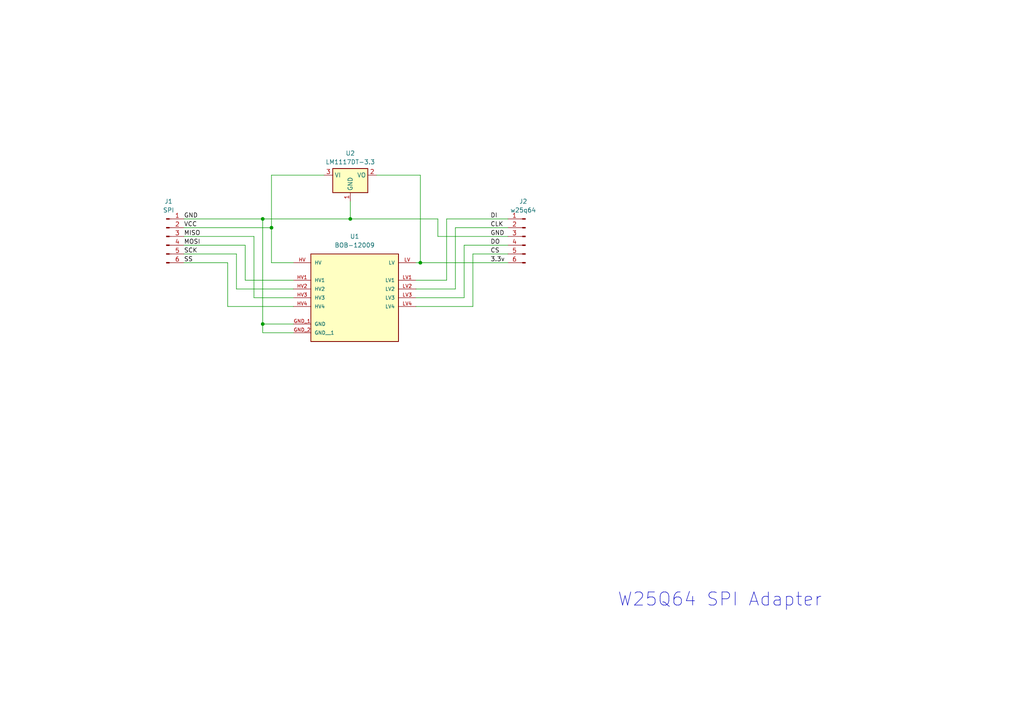
<source format=kicad_sch>
(kicad_sch (version 20231120) (generator "eeschema") (generator_version "8.0")
  (paper "A4")
  (lib_symbols
    (symbol "BOB-12009:BOB-12009" (pin_names (offset 1.016))
      (property "Reference" "U" (at -12.7 11.43 0))
      (property "Value" "BOB-12009" (at -12.7 -17.78 0))
      (symbol "BOB-12009_0_0"
        (rectangle (start -12.7 -15.24) (end 12.7 10.16) (stroke (width 0.254)) (fill (type background)))
        (pin power_in line (at 17.78 -10.16 180) (length 5.08) (name "GND") (number "GND_1"))
        (pin power_in line (at 17.78 -12.7 180) (length 5.08) (name "GND__1") (number "GND_2"))
        (pin bidirectional line (at 17.78 7.62 180) (length 5.08) (name "HV") (number "HV"))
        (pin bidirectional line (at 17.78 2.54 180) (length 5.08) (name "HV1") (number "HV1"))
        (pin bidirectional line (at 17.78 0 180) (length 5.08) (name "HV2") (number "HV2"))
        (pin bidirectional line (at 17.78 -2.54 180) (length 5.08) (name "HV3") (number "HV3"))
        (pin bidirectional line (at 17.78 -5.08 180) (length 5.08) (name "HV4") (number "HV4"))
        (pin bidirectional line (at -17.78 7.62 0) (length 5.08) (name "LV") (number "LV"))
        (pin bidirectional line (at -17.78 2.54 0) (length 5.08) (name "LV1") (number "LV1"))
        (pin bidirectional line (at -17.78 0 0) (length 5.08) (name "LV2") (number "LV2"))
        (pin bidirectional line (at -17.78 -2.54 0) (length 5.08) (name "LV3") (number "LV3"))
        (pin bidirectional line (at -17.78 -5.08 0) (length 5.08) (name "LV4") (number "LV4"))
      )
    )
    (symbol "Connector:Conn_01x06_Pin" (pin_names (offset 1.016) hide)
      (property "Reference" "J" (at 0 7.62 0))
      (property "Value" "Conn_01x06_Pin" (at 0 -10.16 0))
      (symbol "Conn_01x06_Pin_1_1"
        (polyline (pts (xy 1.27 -7.62) (xy 0.8636 -7.62)) (stroke (width 0.1524)))
        (polyline (pts (xy 1.27 -5.08) (xy 0.8636 -5.08)) (stroke (width 0.1524)))
        (polyline (pts (xy 1.27 -2.54) (xy 0.8636 -2.54)) (stroke (width 0.1524)))
        (polyline (pts (xy 1.27 0) (xy 0.8636 0)) (stroke (width 0.1524)))
        (polyline (pts (xy 1.27 2.54) (xy 0.8636 2.54)) (stroke (width 0.1524)))
        (polyline (pts (xy 1.27 5.08) (xy 0.8636 5.08)) (stroke (width 0.1524)))
        (rectangle (start 0.8636 -7.493) (end 0 -7.747) (stroke (width 0.1524)) (fill (type outline)))
        (rectangle (start 0.8636 -4.953) (end 0 -5.207) (stroke (width 0.1524)) (fill (type outline)))
        (rectangle (start 0.8636 -2.413) (end 0 -2.667) (stroke (width 0.1524)) (fill (type outline)))
        (rectangle (start 0.8636 0.127) (end 0 -0.127) (stroke (width 0.1524)) (fill (type outline)))
        (rectangle (start 0.8636 2.667) (end 0 2.413) (stroke (width 0.1524)) (fill (type outline)))
        (rectangle (start 0.8636 5.207) (end 0 4.953) (stroke (width 0.1524)) (fill (type outline)))
        (pin passive line (at 5.08 5.08 180) (length 3.81) (name "Pin_1") (number "1"))
        (pin passive line (at 5.08 2.54 180) (length 3.81) (name "Pin_2") (number "2"))
        (pin passive line (at 5.08 0 180) (length 3.81) (name "Pin_3") (number "3"))
        (pin passive line (at 5.08 -2.54 180) (length 3.81) (name "Pin_4") (number "4"))
        (pin passive line (at 5.08 -5.08 180) (length 3.81) (name "Pin_5") (number "5"))
        (pin passive line (at 5.08 -7.62 180) (length 3.81) (name "Pin_6") (number "6"))
      )
    )
    (symbol "Regulator_Linear:LM1117DT-3.3"
      (property "Reference" "U" (at -3.81 3.175 0))
      (property "Value" "LM1117DT-3.3" (at 0 3.175 0))
      (symbol "LM1117DT-3.3_0_1"
        (rectangle (start -5.08 -5.08) (end 5.08 1.905) (stroke (width 0.254)) (fill (type background)))
      )
      (symbol "LM1117DT-3.3_1_1"
        (pin power_in line (at 0 -7.62 90) (length 2.54) (name "GND") (number "1"))
        (pin power_out line (at 7.62 0 180) (length 2.54) (name "VO") (number "2"))
        (pin power_in line (at -7.62 0 0) (length 2.54) (name "VI") (number "3"))
      )
    )
  )
  (junction (at 76.2 63.5))
  (junction (at 101.6 63.5))
  (junction (at 76.2 93.98))
  (junction (at 121.92 76.2))
  (junction (at 78.74 66.04))
  (wire (pts (xy 132.08 66.04) (xy 147.32 66.04)))
  (wire (pts (xy 66.04 76.2) (xy 66.04 88.9)))
  (wire (pts (xy 76.2 63.5) (xy 101.6 63.5)))
  (wire (pts (xy 73.66 68.58) (xy 53.34 68.58)))
  (wire (pts (xy 71.12 81.28) (xy 71.12 71.12)))
  (wire (pts (xy 66.04 88.9) (xy 85.09 88.9)))
  (wire (pts (xy 134.62 71.12) (xy 147.32 71.12)))
  (wire (pts (xy 76.2 63.5) (xy 76.2 93.98)))
  (wire (pts (xy 85.09 81.28) (xy 71.12 81.28)))
  (wire (pts (xy 76.2 93.98) (xy 76.2 96.52)))
  (wire (pts (xy 101.6 58.42) (xy 101.6 63.5)))
  (wire (pts (xy 129.54 63.5) (xy 129.54 81.28)))
  (wire (pts (xy 137.16 88.9) (xy 137.16 73.66)))
  (wire (pts (xy 109.22 50.8) (xy 121.92 50.8)))
  (wire (pts (xy 85.09 83.82) (xy 68.58 83.82)))
  (wire (pts (xy 53.34 66.04) (xy 78.74 66.04)))
  (wire (pts (xy 85.09 96.52) (xy 76.2 96.52)))
  (wire (pts (xy 78.74 66.04) (xy 78.74 50.8)))
  (wire (pts (xy 85.09 93.98) (xy 76.2 93.98)))
  (wire (pts (xy 127 63.5) (xy 127 68.58)))
  (wire (pts (xy 120.65 76.2) (xy 121.92 76.2)))
  (wire (pts (xy 101.6 63.5) (xy 127 63.5)))
  (wire (pts (xy 134.62 71.12) (xy 134.62 86.36)))
  (wire (pts (xy 129.54 63.5) (xy 147.32 63.5)))
  (wire (pts (xy 129.54 81.28) (xy 120.65 81.28)))
  (wire (pts (xy 121.92 50.8) (xy 121.92 76.2)))
  (wire (pts (xy 78.74 50.8) (xy 93.98 50.8)))
  (wire (pts (xy 137.16 73.66) (xy 147.32 73.66)))
  (wire (pts (xy 53.34 71.12) (xy 71.12 71.12)))
  (wire (pts (xy 73.66 86.36) (xy 85.09 86.36)))
  (wire (pts (xy 121.92 76.2) (xy 147.32 76.2)))
  (wire (pts (xy 132.08 66.04) (xy 132.08 83.82)))
  (wire (pts (xy 85.09 76.2) (xy 78.74 76.2)))
  (wire (pts (xy 53.34 76.2) (xy 66.04 76.2)))
  (wire (pts (xy 68.58 83.82) (xy 68.58 73.66)))
  (wire (pts (xy 120.65 88.9) (xy 137.16 88.9)))
  (wire (pts (xy 127 68.58) (xy 147.32 68.58)))
  (wire (pts (xy 132.08 83.82) (xy 120.65 83.82)))
  (wire (pts (xy 53.34 73.66) (xy 68.58 73.66)))
  (wire (pts (xy 53.34 63.5) (xy 76.2 63.5)))
  (wire (pts (xy 78.74 76.2) (xy 78.74 66.04)))
  (wire (pts (xy 73.66 68.58) (xy 73.66 86.36)))
  (wire (pts (xy 120.65 86.36) (xy 134.62 86.36)))
  (text "W25Q64 SPI Adapter" (at 208.788 173.99 0) (effects (font (size 3.81 3.81))))
  (label "DO" (at 142.24 71.12 0))
  (label "SS" (at 53.34 76.2 0))
  (label "GND" (at 53.34 63.5 0))
  (label "DI" (at 142.24 63.5 0))
  (label "3.3v" (at 142.24 76.2 0))
  (label "GND" (at 142.24 68.58 0))
  (label "MOSI" (at 53.34 71.12 0))
  (label "VCC" (at 53.34 66.04 0))
  (label "CS" (at 142.24 73.66 0))
  (label "MISO" (at 53.34 68.58 0))
  (label "SCK" (at 53.34 73.66 0))
  (label "CLK" (at 142.24 66.04 0))
  (symbol (lib_id "BOB-12009:BOB-12009") (at 102.87 83.82 0) (mirror y) (unit 1)
    (property "Reference" "U1" (at 102.87 68.58 0))
    (property "Value" "BOB-12009" (at 102.87 71.12 0))
    (property "Footprint" "w25q64_spi:CONV_BOB-12009" (effects (hide yes)))
    (property "PARTREV" "01" (effects (hide yes)))
    (property "STANDARD" "Manufacturer Recommendations" (effects (hide yes)))
    (property "MAXIMUM_PACKAGE_HEIGHT" "N/A" (effects (hide yes)))
    (property "MANUFACTURER" "SparkFun Electronics" (effects (hide yes)))
  )
  (symbol (lib_id "Connector:Conn_01x06_Pin") (at 152.4 68.58 0) (mirror y) (unit 1)
    (property "Reference" "J2" (at 151.765 58.42 0))
    (property "Value" "w25q64" (at 151.765 60.96 0))
    (property "Footprint" "Connector_PinSocket_2.54mm:PinSocket_1x06_P2.54mm_Vertical" (effects (hide yes)))
    (property "Description" "Generic connector, single row, 01x06, script generated" (effects (hide yes)))
  )
  (symbol (lib_id "Regulator_Linear:LM1117DT-3.3") (at 101.6 50.8 0) (unit 1)
    (property "Reference" "U2" (at 101.6 44.45 0))
    (property "Value" "LM1117DT-3.3" (at 101.6 46.99 0))
    (property "Footprint" "Package_TO_SOT_SMD:TO-252-3_TabPin2" (effects (hide yes)))
    (property "Datasheet" "http://www.ti.com/lit/ds/symlink/lm1117.pdf" (effects (hide yes)))
    (property "Description" "800mA Low-Dropout Linear Regulator, 3.3V fixed output, TO-252" (effects (hide yes)))
  )
  (symbol (lib_id "Connector:Conn_01x06_Pin") (at 48.26 68.58 0) (unit 1)
    (property "Reference" "J1" (at 48.895 58.42 0))
    (property "Value" "SPI" (at 48.895 60.96 0))
    (property "Footprint" "Connector_PinSocket_2.54mm:PinSocket_1x06_P2.54mm_Vertical" (effects (hide yes)))
    (property "Description" "Generic connector, single row, 01x06, script generated" (effects (hide yes)))
  )
)
</source>
